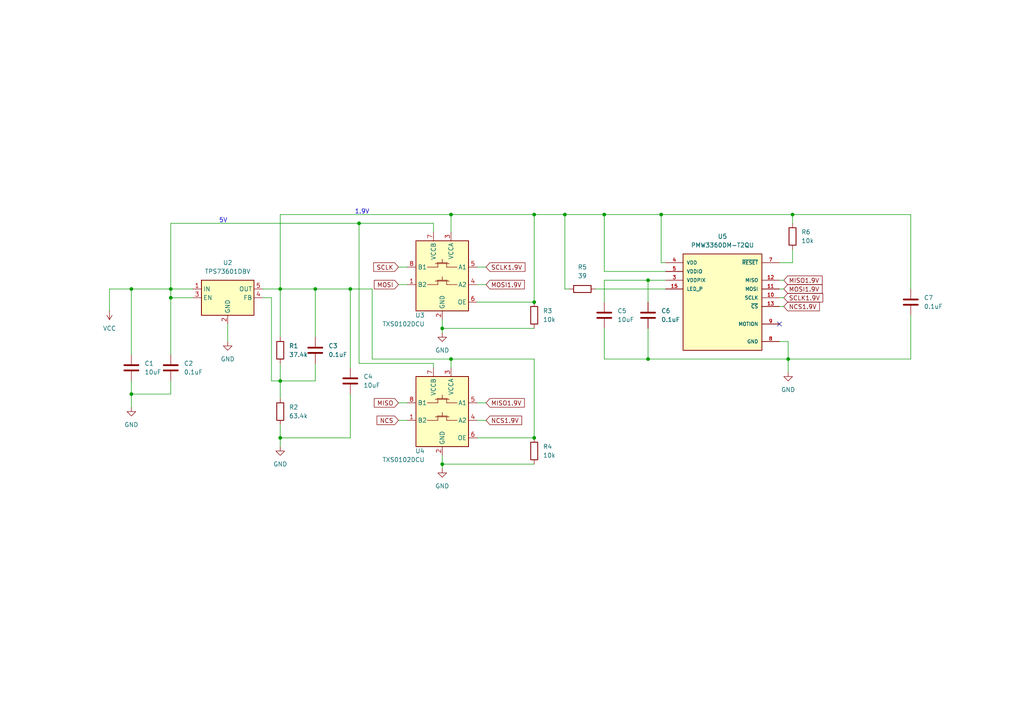
<source format=kicad_sch>
(kicad_sch (version 20230121) (generator eeschema)
  (paper "A4")
  (lib_symbols
    (symbol "Device:C" (pin_numbers hide) (pin_names (offset 0.254))
      (property "Reference" "C" (at 0.635 2.54 0))
      (property "Value" "C" (at 0.635 -2.54 0))
      (symbol "C_0_1"
        (polyline (pts (xy -2.032 -0.762) (xy 2.032 -0.762)) (stroke (width 0.508)))
        (polyline (pts (xy -2.032 0.762) (xy 2.032 0.762)) (stroke (width 0.508)))
      )
      (symbol "C_1_1"
        (pin passive line (at 0 3.81 270) (length 2.794) (name "~") (number "1"))
        (pin passive line (at 0 -3.81 90) (length 2.794) (name "~") (number "2"))
      )
    )
    (symbol "Device:R" (pin_numbers hide) (pin_names (offset 0))
      (property "Reference" "R" (at 2.032 0 90))
      (property "Value" "R" (at 0 0 90))
      (symbol "R_0_1"
        (rectangle (start -1.016 -2.54) (end 1.016 2.54) (stroke (width 0.254)))
      )
      (symbol "R_1_1"
        (pin passive line (at 0 3.81 270) (length 1.27) (name "~") (number "1"))
        (pin passive line (at 0 -3.81 90) (length 1.27) (name "~") (number "2"))
      )
    )
    (symbol "Logic_LevelTranslator:TXS0102DCU"
      (property "Reference" "U" (at -6.35 11.43 0))
      (property "Value" "TXS0102DCU" (at 3.81 11.43 0))
      (symbol "TXS0102DCU_0_1"
        (rectangle (start -7.62 10.16) (end 7.62 -10.16) (stroke (width 0.254)) (fill (type background)))
        (polyline (pts (xy -4.318 -2.54) (xy -1.27 -2.54)))
        (polyline (pts (xy -2.032 -1.524) (xy 2.032 -1.524)))
        (polyline (pts (xy -1.524 -1.27) (xy 1.524 -1.27)))
        (polyline (pts (xy -1.27 -2.54) (xy -1.27 -1.524)))
        (polyline (pts (xy 0 -1.27) (xy 0 -0.254)))
        (polyline (pts (xy 1.27 -2.54) (xy 1.27 -1.524)))
        (polyline (pts (xy 4.318 -2.54) (xy 1.27 -2.54)))
      )
      (symbol "TXS0102DCU_1_1"
        (polyline (pts (xy -4.318 2.54) (xy -1.27 2.54)))
        (polyline (pts (xy -2.032 3.556) (xy 2.032 3.556)))
        (polyline (pts (xy -1.524 3.81) (xy 1.524 3.81)))
        (polyline (pts (xy -1.27 2.54) (xy -1.27 3.556)))
        (polyline (pts (xy 0 3.81) (xy 0 4.826)))
        (polyline (pts (xy 1.27 2.54) (xy 1.27 3.556)))
        (polyline (pts (xy 4.318 2.54) (xy 1.27 2.54)))
        (pin bidirectional line (at 10.16 -2.54 180) (length 2.54) (name "B2") (number "1"))
        (pin power_in line (at 0 -12.7 90) (length 2.54) (name "GND") (number "2"))
        (pin power_in line (at -2.54 12.7 270) (length 2.54) (name "VCCA") (number "3"))
        (pin bidirectional line (at -10.16 -2.54 0) (length 2.54) (name "A2") (number "4"))
        (pin bidirectional line (at -10.16 2.54 0) (length 2.54) (name "A1") (number "5"))
        (pin input line (at -10.16 -7.62 0) (length 2.54) (name "OE") (number "6"))
        (pin power_in line (at 2.54 12.7 270) (length 2.54) (name "VCCB") (number "7"))
        (pin bidirectional line (at 10.16 2.54 180) (length 2.54) (name "B1") (number "8"))
      )
    )
    (symbol "PMW3360:PMW3360DM-T2QU" (pin_names (offset 1.016))
      (property "Reference" "U" (at -12.7 13.335 0))
      (property "Value" "PMW3360DM-T2QU" (at -12.7 -17.78 0))
      (symbol "PMW3360DM-T2QU_0_0"
        (rectangle (start -12.7 -15.24) (end 10.16 12.7) (stroke (width 0.254)) (fill (type background)))
        (pin bidirectional line (at 15.24 0 180) (length 5.08) (name "SCLK") (number "10"))
        (pin bidirectional line (at 15.24 2.54 180) (length 5.08) (name "MOSI") (number "11"))
        (pin bidirectional line (at 15.24 5.08 180) (length 5.08) (name "MISO") (number "12"))
        (pin bidirectional line (at 15.24 -2.54 180) (length 5.08) (name "~{CS}") (number "13"))
        (pin bidirectional line (at -17.78 2.54 0) (length 5.08) (name "LED_P") (number "15"))
        (pin bidirectional line (at -17.78 5.08 0) (length 5.08) (name "VDDPIX") (number "3"))
        (pin bidirectional line (at -17.78 10.16 0) (length 5.08) (name "VDD") (number "4"))
        (pin bidirectional line (at -17.78 7.62 0) (length 5.08) (name "VDDIO") (number "5"))
        (pin bidirectional line (at 15.24 10.16 180) (length 5.08) (name "~{RESET}") (number "7"))
        (pin bidirectional line (at 15.24 -12.7 180) (length 5.08) (name "GND") (number "8"))
        (pin bidirectional line (at 15.24 -7.62 180) (length 5.08) (name "MOTION") (number "9"))
      )
    )
    (symbol "Regulator_Linear:TPS73601DBV"
      (property "Reference" "U" (at -6.35 6.35 0))
      (property "Value" "TPS73601DBV" (at 0 6.35 0))
      (symbol "TPS73601DBV_0_1"
        (rectangle (start -7.62 -5.08) (end 7.62 5.08) (stroke (width 0.254)) (fill (type background)))
      )
      (symbol "TPS73601DBV_1_1"
        (pin power_in line (at -10.16 2.54 0) (length 2.54) (name "IN") (number "1"))
        (pin power_in line (at 0 -7.62 90) (length 2.54) (name "GND") (number "2"))
        (pin input line (at -10.16 0 0) (length 2.54) (name "EN") (number "3"))
        (pin input line (at 10.16 0 180) (length 2.54) (name "FB") (number "4"))
        (pin power_out line (at 10.16 2.54 180) (length 2.54) (name "OUT") (number "5"))
      )
    )
    (symbol "power:GND" (power) (pin_names (offset 0))
      (property "Value" "GND" (at 0 -3.81 0))
      (symbol "GND_0_1"
        (polyline (pts (xy 0 0) (xy 0 -1.27) (xy 1.27 -1.27) (xy 0 -2.54) (xy -1.27 -1.27) (xy 0 -1.27)))
      )
      (symbol "GND_1_1"
        (pin power_in line (at 0 0 270) (length 0) hide (name "GND") (number "1"))
      )
    )
    (symbol "power:VCC" (power) (pin_names (offset 0))
      (property "Value" "VCC" (at 0 3.81 0))
      (symbol "VCC_0_1"
        (polyline (pts (xy -0.762 1.27) (xy 0 2.54)))
        (polyline (pts (xy 0 0) (xy 0 2.54)))
        (polyline (pts (xy 0 2.54) (xy 0.762 1.27)))
      )
      (symbol "VCC_1_1"
        (pin power_in line (at 0 0 90) (length 0) hide (name "VCC") (number "1"))
      )
    )
  )
  (junction (at 38.1 83.82))
  (junction (at 130.81 104.14))
  (junction (at 154.94 87.63))
  (junction (at 101.6 83.82))
  (junction (at 128.27 95.25))
  (junction (at 81.28 127))
  (junction (at 175.26 62.23))
  (junction (at 81.28 110.49))
  (junction (at 187.96 81.28))
  (junction (at 187.96 104.14))
  (junction (at 128.27 134.62))
  (junction (at 81.28 83.82))
  (junction (at 38.1 114.3))
  (junction (at 49.53 83.82))
  (junction (at 228.6 104.14))
  (junction (at 49.53 86.36))
  (junction (at 163.83 62.23))
  (junction (at 154.94 127))
  (junction (at 91.44 83.82))
  (junction (at 191.77 62.23))
  (junction (at 229.87 62.23))
  (junction (at 104.14 64.77))
  (junction (at 154.94 62.23))
  (junction (at 130.81 62.23))
  (no_connect (at 226.06 93.98))
  (wire (pts (xy 31.75 83.82) (xy 31.75 90.17)))
  (wire (pts (xy 226.06 83.82) (xy 227.33 83.82)))
  (wire (pts (xy 138.43 116.84) (xy 140.97 116.84)))
  (wire (pts (xy 191.77 62.23) (xy 229.87 62.23)))
  (wire (pts (xy 175.26 104.14) (xy 187.96 104.14)))
  (wire (pts (xy 104.14 105.41) (xy 125.73 105.41)))
  (wire (pts (xy 154.94 104.14) (xy 154.94 127)))
  (wire (pts (xy 91.44 83.82) (xy 101.6 83.82)))
  (wire (pts (xy 81.28 127) (xy 101.6 127)))
  (wire (pts (xy 226.06 99.06) (xy 228.6 99.06)))
  (wire (pts (xy 154.94 62.23) (xy 163.83 62.23)))
  (wire (pts (xy 138.43 121.92) (xy 140.97 121.92)))
  (wire (pts (xy 104.14 64.77) (xy 104.14 105.41)))
  (wire (pts (xy 163.83 62.23) (xy 163.83 83.82)))
  (wire (pts (xy 49.53 110.49) (xy 49.53 114.3)))
  (wire (pts (xy 128.27 134.62) (xy 154.94 134.62)))
  (wire (pts (xy 228.6 104.14) (xy 228.6 107.95)))
  (wire (pts (xy 229.87 62.23) (xy 264.16 62.23)))
  (wire (pts (xy 78.74 110.49) (xy 81.28 110.49)))
  (wire (pts (xy 81.28 110.49) (xy 91.44 110.49)))
  (wire (pts (xy 172.72 83.82) (xy 193.04 83.82)))
  (wire (pts (xy 138.43 127) (xy 154.94 127)))
  (wire (pts (xy 163.83 62.23) (xy 175.26 62.23)))
  (wire (pts (xy 49.53 86.36) (xy 49.53 83.82)))
  (wire (pts (xy 130.81 104.14) (xy 130.81 106.68)))
  (wire (pts (xy 130.81 62.23) (xy 154.94 62.23)))
  (wire (pts (xy 91.44 110.49) (xy 91.44 105.41)))
  (wire (pts (xy 128.27 95.25) (xy 154.94 95.25)))
  (wire (pts (xy 81.28 62.23) (xy 130.81 62.23)))
  (wire (pts (xy 78.74 86.36) (xy 78.74 110.49)))
  (wire (pts (xy 138.43 77.47) (xy 140.97 77.47)))
  (wire (pts (xy 264.16 104.14) (xy 228.6 104.14)))
  (wire (pts (xy 128.27 134.62) (xy 128.27 135.89)))
  (wire (pts (xy 264.16 62.23) (xy 264.16 83.82)))
  (wire (pts (xy 128.27 92.71) (xy 128.27 95.25)))
  (wire (pts (xy 229.87 62.23) (xy 229.87 64.77)))
  (wire (pts (xy 187.96 104.14) (xy 228.6 104.14)))
  (wire (pts (xy 229.87 72.39) (xy 229.87 76.2)))
  (wire (pts (xy 115.57 82.55) (xy 118.11 82.55)))
  (wire (pts (xy 107.95 104.14) (xy 130.81 104.14)))
  (wire (pts (xy 226.06 88.9) (xy 227.33 88.9)))
  (wire (pts (xy 81.28 83.82) (xy 81.28 97.79)))
  (wire (pts (xy 115.57 121.92) (xy 118.11 121.92)))
  (wire (pts (xy 175.26 81.28) (xy 187.96 81.28)))
  (wire (pts (xy 101.6 83.82) (xy 107.95 83.82)))
  (wire (pts (xy 187.96 87.63) (xy 187.96 81.28)))
  (wire (pts (xy 125.73 64.77) (xy 125.73 67.31)))
  (wire (pts (xy 81.28 83.82) (xy 91.44 83.82)))
  (wire (pts (xy 49.53 83.82) (xy 55.88 83.82)))
  (wire (pts (xy 76.2 83.82) (xy 81.28 83.82)))
  (wire (pts (xy 175.26 95.25) (xy 175.26 104.14)))
  (wire (pts (xy 187.96 81.28) (xy 193.04 81.28)))
  (wire (pts (xy 191.77 76.2) (xy 191.77 62.23)))
  (wire (pts (xy 115.57 116.84) (xy 118.11 116.84)))
  (wire (pts (xy 101.6 114.3) (xy 101.6 127)))
  (wire (pts (xy 49.53 64.77) (xy 104.14 64.77)))
  (wire (pts (xy 138.43 82.55) (xy 140.97 82.55)))
  (wire (pts (xy 91.44 97.79) (xy 91.44 83.82)))
  (wire (pts (xy 226.06 81.28) (xy 227.33 81.28)))
  (wire (pts (xy 81.28 105.41) (xy 81.28 110.49)))
  (wire (pts (xy 264.16 91.44) (xy 264.16 104.14)))
  (wire (pts (xy 163.83 83.82) (xy 165.1 83.82)))
  (wire (pts (xy 130.81 104.14) (xy 154.94 104.14)))
  (wire (pts (xy 81.28 110.49) (xy 81.28 115.57)))
  (wire (pts (xy 226.06 86.36) (xy 227.33 86.36)))
  (wire (pts (xy 81.28 123.19) (xy 81.28 127)))
  (wire (pts (xy 226.06 76.2) (xy 229.87 76.2)))
  (wire (pts (xy 193.04 76.2) (xy 191.77 76.2)))
  (wire (pts (xy 175.26 62.23) (xy 191.77 62.23)))
  (wire (pts (xy 175.26 81.28) (xy 175.26 87.63)))
  (wire (pts (xy 104.14 64.77) (xy 125.73 64.77)))
  (wire (pts (xy 175.26 62.23) (xy 175.26 78.74)))
  (wire (pts (xy 49.53 102.87) (xy 49.53 86.36)))
  (wire (pts (xy 228.6 99.06) (xy 228.6 104.14)))
  (wire (pts (xy 49.53 83.82) (xy 49.53 64.77)))
  (wire (pts (xy 49.53 86.36) (xy 55.88 86.36)))
  (wire (pts (xy 38.1 114.3) (xy 49.53 114.3)))
  (wire (pts (xy 81.28 127) (xy 81.28 129.54)))
  (wire (pts (xy 187.96 95.25) (xy 187.96 104.14)))
  (wire (pts (xy 107.95 83.82) (xy 107.95 104.14)))
  (wire (pts (xy 175.26 78.74) (xy 193.04 78.74)))
  (wire (pts (xy 31.75 83.82) (xy 38.1 83.82)))
  (wire (pts (xy 38.1 110.49) (xy 38.1 114.3)))
  (wire (pts (xy 128.27 95.25) (xy 128.27 96.52)))
  (wire (pts (xy 130.81 62.23) (xy 130.81 67.31)))
  (wire (pts (xy 128.27 132.08) (xy 128.27 134.62)))
  (wire (pts (xy 38.1 83.82) (xy 38.1 102.87)))
  (wire (pts (xy 125.73 105.41) (xy 125.73 106.68)))
  (wire (pts (xy 38.1 114.3) (xy 38.1 118.11)))
  (wire (pts (xy 81.28 83.82) (xy 81.28 62.23)))
  (wire (pts (xy 115.57 77.47) (xy 118.11 77.47)))
  (wire (pts (xy 38.1 83.82) (xy 49.53 83.82)))
  (wire (pts (xy 76.2 86.36) (xy 78.74 86.36)))
  (wire (pts (xy 101.6 83.82) (xy 101.6 106.68)))
  (wire (pts (xy 138.43 87.63) (xy 154.94 87.63)))
  (wire (pts (xy 66.04 93.98) (xy 66.04 99.06)))
  (wire (pts (xy 154.94 62.23) (xy 154.94 87.63)))
  (text "1.9V" (at 102.87 62.23 0) (effects (font (size 1.27 1.27)) (justify left bottom)))
  (text "5V" (at 63.5 64.77 0) (effects (font (size 1.27 1.27)) (justify left bottom)))
  (global_label "MOSI" (shape input) (at 115.57 82.55 180) (property "Intersheetrefs" "${INTERSHEET_REFS}" (effects hide)))
  (global_label "SCLK1.9V" (shape input) (at 227.33 86.36 0) (property "Intersheetrefs" "${INTERSHEET_REFS}" (effects hide)))
  (global_label "MISO1.9V" (shape input) (at 227.33 81.28 0) (property "Intersheetrefs" "${INTERSHEET_REFS}" (effects hide)))
  (global_label "NCS" (shape input) (at 115.57 121.92 180) (property "Intersheetrefs" "${INTERSHEET_REFS}" (effects hide)))
  (global_label "MOSI1.9V" (shape input) (at 227.33 83.82 0) (property "Intersheetrefs" "${INTERSHEET_REFS}" (effects hide)))
  (global_label "NCS1.9V" (shape input) (at 227.33 88.9 0) (property "Intersheetrefs" "${INTERSHEET_REFS}" (effects hide)))
  (global_label "MOSI1.9V" (shape input) (at 140.97 82.55 0) (property "Intersheetrefs" "${INTERSHEET_REFS}" (effects hide)))
  (global_label "MISO" (shape input) (at 115.57 116.84 180) (property "Intersheetrefs" "${INTERSHEET_REFS}" (effects hide)))
  (global_label "SCLK" (shape input) (at 115.57 77.47 180) (property "Intersheetrefs" "${INTERSHEET_REFS}" (effects hide)))
  (global_label "SCLK1.9V" (shape input) (at 140.97 77.47 0) (property "Intersheetrefs" "${INTERSHEET_REFS}" (effects hide)))
  (global_label "MISO1.9V" (shape input) (at 140.97 116.84 0) (property "Intersheetrefs" "${INTERSHEET_REFS}" (effects hide)))
  (global_label "NCS1.9V" (shape input) (at 140.97 121.92 0) (property "Intersheetrefs" "${INTERSHEET_REFS}" (effects hide)))
  (symbol (lib_id "Logic_LevelTranslator:TXS0102DCU") (at 128.27 119.38 0) (mirror y) (unit 1)
    (property "Reference" "U4" (at 123.19 130.81 0) (effects (justify left)))
    (property "Value" "TXS0102DCU" (at 123.19 133.35 0) (effects (justify left)))
    (property "Footprint" "0:TXS0102DCUR C53434" (effects hide))
    (property "Datasheet" "http://www.ti.com/lit/gpn/txs0102" (effects hide))
    (property "LCSC" "C53434" (effects hide))
  )
  (symbol (lib_id "Device:C") (at 91.44 101.6 0) (unit 1)
    (property "Reference" "C3" (at 95.25 100.33 0) (effects (justify left)))
    (property "Value" "0.1uF" (at 95.25 102.87 0) (effects (justify left)))
    (property "Footprint" "0:C0402" (effects hide))
    (property "LCSC" "C60474" (effects hide))
  )
  (symbol (lib_id "Device:R") (at 229.87 68.58 0) (unit 1)
    (property "Reference" "R6" (at 232.41 67.31 0) (effects (justify left)))
    (property "Value" "10k" (at 232.41 69.85 0) (effects (justify left)))
    (property "Footprint" "0:R0603" (effects hide))
    (property "LCSC" "C25804" (effects hide))
  )
  (symbol (lib_id "power:GND") (at 128.27 135.89 0) (unit 1)
    (property "Reference" "#PWR014" (effects hide))
    (property "Value" "GND" (at 128.27 140.97 0))
    (instances (project "ProMicro_Sensor1" (path "" (reference "#PWR014") (unit 1)) (path "" (reference "#PWR013") (unit 1))))
  )
  (symbol (lib_id "Device:R") (at 81.28 119.38 0) (unit 1)
    (property "Reference" "R2" (at 83.82 118.11 0) (effects (justify left)))
    (property "Value" "63.4k" (at 83.82 120.65 0) (effects (justify left)))
    (property "Footprint" "0:R0603" (effects hide))
    (property "LCSC" "C163422" (effects hide))
  )
  (symbol (lib_id "power:GND") (at 38.1 118.11 0) (unit 1)
    (property "Reference" "#PWR010" (effects hide))
    (property "Value" "GND" (at 38.1 123.19 0))
    (instances (project "ProMicro_Sensor1" (path "" (reference "#PWR010") (unit 1)) (path "" (reference "#PWR09") (unit 1))))
  )
  (symbol (lib_id "Device:C") (at 187.96 91.44 0) (unit 1)
    (property "Reference" "C6" (at 191.77 90.17 0) (effects (justify left)))
    (property "Value" "0.1uF" (at 191.77 92.71 0) (effects (justify left)))
    (property "Footprint" "0:C0402" (effects hide))
    (property "LCSC" "C60474" (effects hide))
  )
  (symbol (lib_id "power:GND") (at 81.28 129.54 0) (unit 1)
    (property "Reference" "#PWR012" (effects hide))
    (property "Value" "GND" (at 81.28 134.62 0))
    (instances (project "ProMicro_Sensor1" (path "" (reference "#PWR012") (unit 1)) (path "" (reference "#PWR011") (unit 1))))
  )
  (symbol (lib_id "Device:R") (at 168.91 83.82 270) (unit 1)
    (property "Reference" "R5" (at 168.91 77.47 90))
    (property "Value" "39" (at 168.91 80.01 90))
    (property "Footprint" "0:R0603" (effects hide))
    (property "LCSC" "C23154" (effects hide))
  )
  (symbol (lib_id "Device:C") (at 101.6 110.49 0) (unit 1)
    (property "Reference" "C4" (at 105.41 109.22 0) (effects (justify left)))
    (property "Value" "10uF" (at 105.41 111.76 0) (effects (justify left)))
    (property "Footprint" "0:C0603" (effects hide))
    (property "LCSC" "C18800" (effects hide))
  )
  (symbol (lib_id "PMW3360:PMW3360DM-T2QU") (at 210.82 86.36 0) (unit 1)
    (property "Reference" "U5" (at 209.55 68.58 0))
    (property "Value" "PMW3360DM-T2QU" (at 209.55 71.12 0))
    (property "Footprint" "PMW3360DM-T2QU:PMW3360" (effects hide))
    (property "MANUFACTURER_NAME" "PixArt Imaging Inc." (effects hide))
    (property "MF" "PixArt" (effects hide))
    (property "DESCRIPTION" "Optical gaming navigation sensor" (effects hide))
    (property "Price" "None" (effects hide))
    (property "Package" "None" (effects hide))
    (property "Check_prices" "https://www.snapeda.com/parts/PMW3360DM-T2QU/PixArt/view-part/?ref=eda" (effects hide))
    (property "HEIGHT" "mm" (effects hide))
    (property "MP" "PMW3360DM-T2QU" (effects hide))
    (property "SnapEDA_Link" "https://www.snapeda.com/parts/PMW3360DM-T2QU/PixArt/view-part/?ref=snap" (effects hide))
    (property "Description" "\n" (effects hide))
    (property "Availability" "Not in stock" (effects hide))
    (property "MANUFACTURER_PART_NUMBER" "PMW3360DM-T2QU" (effects hide))
  )
  (symbol (lib_id "Logic_LevelTranslator:TXS0102DCU") (at 128.27 80.01 0) (mirror y) (unit 1)
    (property "Reference" "U3" (at 123.19 91.44 0) (effects (justify left)))
    (property "Value" "TXS0102DCU" (at 123.19 93.98 0) (effects (justify left)))
    (property "Footprint" "0:TXS0102DCUR C53434" (effects hide))
    (property "Datasheet" "http://www.ti.com/lit/gpn/txs0102" (effects hide))
    (property "LCSC" "C53434" (effects hide))
  )
  (symbol (lib_id "Device:R") (at 81.28 101.6 0) (unit 1)
    (property "Reference" "R1" (at 83.82 100.33 0) (effects (justify left)))
    (property "Value" "37.4k" (at 83.82 102.87 0) (effects (justify left)))
    (property "Footprint" "0:R0603" (effects hide))
    (property "LCSC" "C163425" (effects hide))
  )
  (symbol (lib_id "Device:C") (at 264.16 87.63 0) (unit 1)
    (property "Reference" "C7" (at 267.97 86.36 0) (effects (justify left)))
    (property "Value" "0.1uF" (at 267.97 88.9 0) (effects (justify left)))
    (property "Footprint" "0:C0402" (effects hide))
    (property "LCSC" "C60474" (effects hide))
  )
  (symbol (lib_id "power:GND") (at 66.04 99.06 0) (unit 1)
    (property "Reference" "#PWR011" (effects hide))
    (property "Value" "GND" (at 66.04 104.14 0))
    (instances (project "ProMicro_Sensor1" (path "" (reference "#PWR011") (unit 1)) (path "" (reference "#PWR010") (unit 1))))
  )
  (symbol (lib_id "Device:R") (at 154.94 91.44 0) (unit 1)
    (property "Reference" "R3" (at 157.48 90.17 0) (effects (justify left)))
    (property "Value" "10k" (at 157.48 92.71 0) (effects (justify left)))
    (property "Footprint" "0:R0603" (effects hide))
    (property "LCSC" "C25804" (effects hide))
  )
  (symbol (lib_id "Regulator_Linear:TPS73601DBV") (at 66.04 86.36 0) (unit 1)
    (property "Reference" "U2" (at 66.04 76.2 0))
    (property "Value" "TPS73601DBV" (at 66.04 78.74 0))
    (property "Footprint" "0:TPS73601DBVR C59200" (effects hide))
    (property "Datasheet" "http://www.ti.com/lit/ds/symlink/tps736.pdf" (effects hide))
    (property "LCSC" "C59200" (effects hide))
  )
  (symbol (lib_id "Device:R") (at 154.94 130.81 0) (unit 1)
    (property "Reference" "R4" (at 157.48 129.54 0) (effects (justify left)))
    (property "Value" "10k" (at 157.48 132.08 0) (effects (justify left)))
    (property "Footprint" "0:R0603" (effects hide))
    (property "LCSC" "C25804" (effects hide))
  )
  (symbol (lib_id "power:GND") (at 228.6 107.95 0) (unit 1)
    (property "Reference" "#PWR015" (effects hide))
    (property "Value" "GND" (at 228.6 113.03 0))
    (instances (project "ProMicro_Sensor1" (path "" (reference "#PWR015") (unit 1)) (path "" (reference "#PWR014") (unit 1))))
  )
  (symbol (lib_id "power:VCC") (at 31.75 90.17 180) (unit 1)
    (property "Reference" "#PWR09" (effects hide))
    (property "Value" "VCC" (at 31.75 95.25 0))
    (instances (project "ProMicro_Sensor1" (path "" (reference "#PWR09") (unit 1)) (path "" (reference "#PWR08") (unit 1))))
  )
  (symbol (lib_id "Device:C") (at 175.26 91.44 0) (unit 1)
    (property "Reference" "C5" (at 179.07 90.17 0) (effects (justify left)))
    (property "Value" "10uF" (at 179.07 92.71 0) (effects (justify left)))
    (property "Footprint" "0:C0603" (effects hide))
    (property "LCSC" "C18800" (effects hide))
  )
  (symbol (lib_id "Device:C") (at 38.1 106.68 0) (unit 1)
    (property "Reference" "C1" (at 41.91 105.41 0) (effects (justify left)))
    (property "Value" "10uF" (at 41.91 107.95 0) (effects (justify left)))
    (property "Footprint" "0:C0603" (effects hide))
    (property "LCSC" "C18800" (effects hide))
  )
  (symbol (lib_id "Device:C") (at 49.53 106.68 0) (unit 1)
    (property "Reference" "C2" (at 53.34 105.41 0) (effects (justify left)))
    (property "Value" "0.1uF" (at 53.34 107.95 0) (effects (justify left)))
    (property "Footprint" "0:C0402" (effects hide))
    (property "LCSC" "C60474" (effects hide))
  )
  (symbol (lib_id "power:GND") (at 128.27 96.52 0) (unit 1)
    (property "Reference" "#PWR013" (effects hide))
    (property "Value" "GND" (at 128.27 101.6 0))
    (instances (project "ProMicro_Sensor1" (path "" (reference "#PWR013") (unit 1)) (path "" (reference "#PWR012") (unit 1))))
  )
)
</source>
